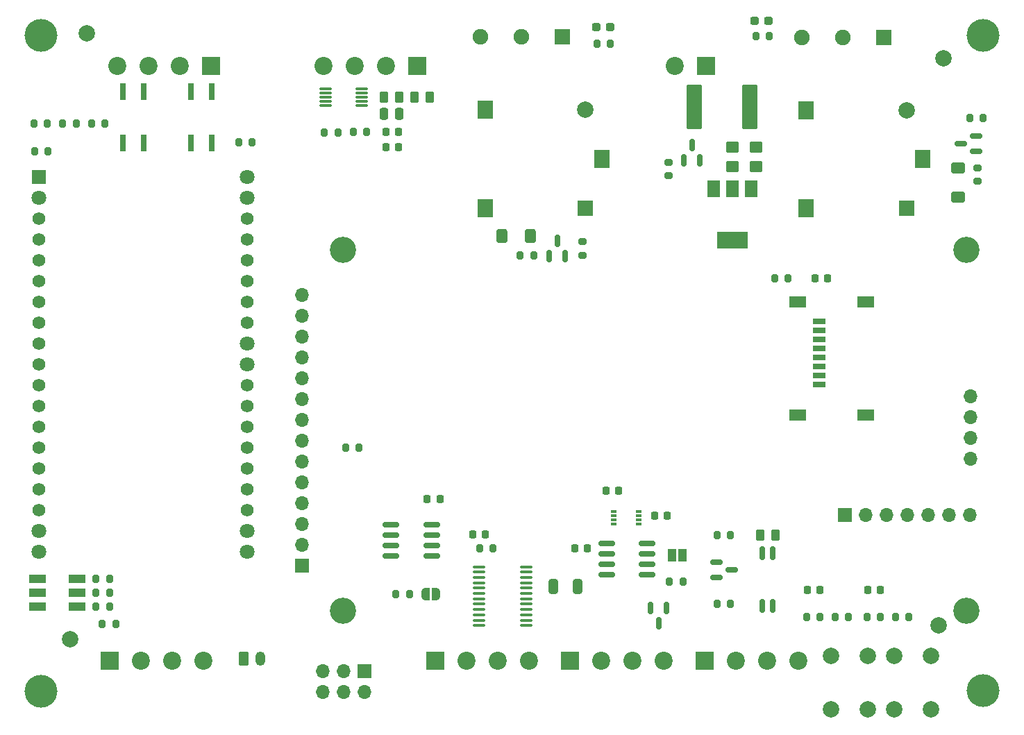
<source format=gts>
G04 #@! TF.GenerationSoftware,KiCad,Pcbnew,7.0.11+1*
G04 #@! TF.CreationDate,2025-04-18T12:10:44+00:00*
G04 #@! TF.ProjectId,ControllerCircuit,436f6e74-726f-46c6-9c65-724369726375,rev?*
G04 #@! TF.SameCoordinates,Original*
G04 #@! TF.FileFunction,Soldermask,Top*
G04 #@! TF.FilePolarity,Negative*
%FSLAX46Y46*%
G04 Gerber Fmt 4.6, Leading zero omitted, Abs format (unit mm)*
G04 Created by KiCad (PCBNEW 7.0.11+1) date 2025-04-18 12:10:44*
%MOMM*%
%LPD*%
G01*
G04 APERTURE LIST*
G04 Aperture macros list*
%AMRoundRect*
0 Rectangle with rounded corners*
0 $1 Rounding radius*
0 $2 $3 $4 $5 $6 $7 $8 $9 X,Y pos of 4 corners*
0 Add a 4 corners polygon primitive as box body*
4,1,4,$2,$3,$4,$5,$6,$7,$8,$9,$2,$3,0*
0 Add four circle primitives for the rounded corners*
1,1,$1+$1,$2,$3*
1,1,$1+$1,$4,$5*
1,1,$1+$1,$6,$7*
1,1,$1+$1,$8,$9*
0 Add four rect primitives between the rounded corners*
20,1,$1+$1,$2,$3,$4,$5,0*
20,1,$1+$1,$4,$5,$6,$7,0*
20,1,$1+$1,$6,$7,$8,$9,0*
20,1,$1+$1,$8,$9,$2,$3,0*%
%AMFreePoly0*
4,1,19,0.500000,-0.750000,0.000000,-0.750000,0.000000,-0.744911,-0.071157,-0.744911,-0.207708,-0.704816,-0.327430,-0.627875,-0.420627,-0.520320,-0.479746,-0.390866,-0.500000,-0.250000,-0.500000,0.250000,-0.479746,0.390866,-0.420627,0.520320,-0.327430,0.627875,-0.207708,0.704816,-0.071157,0.744911,0.000000,0.744911,0.000000,0.750000,0.500000,0.750000,0.500000,-0.750000,0.500000,-0.750000,
$1*%
%AMFreePoly1*
4,1,19,0.000000,0.744911,0.071157,0.744911,0.207708,0.704816,0.327430,0.627875,0.420627,0.520320,0.479746,0.390866,0.500000,0.250000,0.500000,-0.250000,0.479746,-0.390866,0.420627,-0.520320,0.327430,-0.627875,0.207708,-0.704816,0.071157,-0.744911,0.000000,-0.744911,0.000000,-0.750000,-0.500000,-0.750000,-0.500000,0.750000,0.000000,0.750000,0.000000,0.744911,0.000000,0.744911,
$1*%
G04 Aperture macros list end*
%ADD10C,4.000000*%
%ADD11RoundRect,0.200000X-0.200000X-0.275000X0.200000X-0.275000X0.200000X0.275000X-0.200000X0.275000X0*%
%ADD12RoundRect,0.225000X-0.225000X-0.250000X0.225000X-0.250000X0.225000X0.250000X-0.225000X0.250000X0*%
%ADD13RoundRect,0.150000X-0.825000X-0.150000X0.825000X-0.150000X0.825000X0.150000X-0.825000X0.150000X0*%
%ADD14R,2.200000X2.200000*%
%ADD15C,2.200000*%
%ADD16R,1.800000X1.800000*%
%ADD17C,1.800000*%
%ADD18C,1.560000*%
%ADD19R,1.700000X1.700000*%
%ADD20O,1.700000X1.700000*%
%ADD21R,1.980000X1.980000*%
%ADD22C,2.000000*%
%ADD23R,1.900000X2.200000*%
%ADD24RoundRect,0.237500X-0.287500X-0.237500X0.287500X-0.237500X0.287500X0.237500X-0.287500X0.237500X0*%
%ADD25RoundRect,0.250000X-0.350000X-0.625000X0.350000X-0.625000X0.350000X0.625000X-0.350000X0.625000X0*%
%ADD26O,1.200000X1.750000*%
%ADD27RoundRect,0.250000X0.600000X-0.400000X0.600000X0.400000X-0.600000X0.400000X-0.600000X-0.400000X0*%
%ADD28RoundRect,0.150000X0.587500X0.150000X-0.587500X0.150000X-0.587500X-0.150000X0.587500X-0.150000X0*%
%ADD29RoundRect,0.200000X-0.275000X0.200000X-0.275000X-0.200000X0.275000X-0.200000X0.275000X0.200000X0*%
%ADD30RoundRect,0.250000X0.262500X0.450000X-0.262500X0.450000X-0.262500X-0.450000X0.262500X-0.450000X0*%
%ADD31RoundRect,0.150000X0.150000X-0.587500X0.150000X0.587500X-0.150000X0.587500X-0.150000X-0.587500X0*%
%ADD32RoundRect,0.250000X-0.712500X-2.475000X0.712500X-2.475000X0.712500X2.475000X-0.712500X2.475000X0*%
%ADD33RoundRect,0.250000X-0.537500X-0.425000X0.537500X-0.425000X0.537500X0.425000X-0.537500X0.425000X0*%
%ADD34R,1.500000X2.000000*%
%ADD35R,3.800000X2.000000*%
%ADD36R,0.640000X2.000000*%
%ADD37R,1.900000X1.900000*%
%ADD38C,1.900000*%
%ADD39RoundRect,0.200000X0.200000X0.275000X-0.200000X0.275000X-0.200000X-0.275000X0.200000X-0.275000X0*%
%ADD40R,1.000000X1.500000*%
%ADD41FreePoly0,180.000000*%
%ADD42FreePoly1,180.000000*%
%ADD43RoundRect,0.150000X-0.150000X0.587500X-0.150000X-0.587500X0.150000X-0.587500X0.150000X0.587500X0*%
%ADD44RoundRect,0.150000X-0.150000X0.662500X-0.150000X-0.662500X0.150000X-0.662500X0.150000X0.662500X0*%
%ADD45RoundRect,0.100000X-0.637500X-0.100000X0.637500X-0.100000X0.637500X0.100000X-0.637500X0.100000X0*%
%ADD46RoundRect,0.150000X-0.587500X-0.150000X0.587500X-0.150000X0.587500X0.150000X-0.587500X0.150000X0*%
%ADD47RoundRect,0.250000X0.325000X0.650000X-0.325000X0.650000X-0.325000X-0.650000X0.325000X-0.650000X0*%
%ADD48R,1.500000X0.800000*%
%ADD49R,2.000000X1.450000*%
%ADD50R,0.800000X0.300000*%
%ADD51C,3.200000*%
%ADD52R,2.000000X1.100000*%
%ADD53RoundRect,0.225000X0.225000X0.250000X-0.225000X0.250000X-0.225000X-0.250000X0.225000X-0.250000X0*%
%ADD54RoundRect,0.250000X-0.250000X-0.475000X0.250000X-0.475000X0.250000X0.475000X-0.250000X0.475000X0*%
%ADD55RoundRect,0.250000X-0.262500X-0.450000X0.262500X-0.450000X0.262500X0.450000X-0.262500X0.450000X0*%
%ADD56RoundRect,0.075000X-0.650000X-0.075000X0.650000X-0.075000X0.650000X0.075000X-0.650000X0.075000X0*%
%ADD57RoundRect,0.250000X-0.400000X-0.600000X0.400000X-0.600000X0.400000X0.600000X-0.400000X0.600000X0*%
G04 APERTURE END LIST*
D10*
X207400000Y-54200000D03*
X207400000Y-134150000D03*
D11*
X99175000Y-122200000D03*
X100825000Y-122200000D03*
D12*
X145125000Y-115100000D03*
X146675000Y-115100000D03*
X139575000Y-110750000D03*
X141125000Y-110750000D03*
D11*
X135765000Y-122330000D03*
X137415000Y-122330000D03*
D13*
X135175000Y-113845000D03*
X135175000Y-115115000D03*
X135175000Y-116385000D03*
X135175000Y-117655000D03*
X140125000Y-117655000D03*
X140125000Y-116385000D03*
X140125000Y-115115000D03*
X140125000Y-113845000D03*
D14*
X156999188Y-130500000D03*
D15*
X160809188Y-130500000D03*
X164619188Y-130500000D03*
X168429188Y-130500000D03*
D16*
X92256394Y-71430000D03*
D17*
X92256394Y-73970000D03*
D18*
X92256394Y-76510000D03*
X92256394Y-79050000D03*
X92256394Y-81590000D03*
X92256394Y-84130000D03*
X92256394Y-86670000D03*
X92256394Y-89210000D03*
X92256394Y-91750000D03*
X92256394Y-94290000D03*
X92256394Y-96830000D03*
X92256394Y-99370000D03*
X92256394Y-101910000D03*
X92256394Y-104450000D03*
X92256394Y-106990000D03*
X92256394Y-109530000D03*
X92256394Y-112070000D03*
D17*
X92256394Y-114610000D03*
X92256394Y-117150000D03*
X117656394Y-71430000D03*
X117656394Y-73970000D03*
D18*
X117656394Y-76510000D03*
X117656394Y-79050000D03*
X117656394Y-81590000D03*
X117656394Y-84130000D03*
X117656394Y-86670000D03*
X117656394Y-89210000D03*
D17*
X117656394Y-91750000D03*
X117656394Y-94290000D03*
D18*
X117656394Y-96830000D03*
X117656394Y-99370000D03*
X117656394Y-101910000D03*
X117656394Y-104450000D03*
X117656394Y-106990000D03*
X117656394Y-109530000D03*
X117656394Y-112070000D03*
D17*
X117656394Y-114610000D03*
X117656394Y-117150000D03*
D14*
X100849188Y-130500000D03*
D15*
X104659188Y-130500000D03*
X108469188Y-130500000D03*
X112279188Y-130500000D03*
D14*
X140599188Y-130500000D03*
D15*
X144409188Y-130500000D03*
X148219188Y-130500000D03*
X152029188Y-130500000D03*
D19*
X131950000Y-131750000D03*
D20*
X131950000Y-134290000D03*
X129410000Y-131750000D03*
X129410000Y-134290000D03*
X126870000Y-131750000D03*
X126870000Y-134290000D03*
D21*
X198015000Y-75300000D03*
D22*
X198015000Y-63300000D03*
D23*
X200015000Y-69300000D03*
X185815000Y-75300000D03*
X185815000Y-63300000D03*
D11*
X179675000Y-54300000D03*
X181325000Y-54300000D03*
D24*
X179475000Y-52450000D03*
X181225000Y-52450000D03*
D25*
X117200000Y-130250000D03*
D26*
X119200000Y-130250000D03*
D11*
X99175000Y-120500000D03*
X100825000Y-120500000D03*
X99175000Y-123900000D03*
X100825000Y-123900000D03*
D10*
X92450000Y-54200000D03*
X92450000Y-134200000D03*
D27*
X204300000Y-73900000D03*
X204300000Y-70400000D03*
D28*
X206487500Y-68350000D03*
X206487500Y-66450000D03*
X204612500Y-67400000D03*
D29*
X206700000Y-70325000D03*
X206700000Y-71975000D03*
D11*
X205725000Y-64300000D03*
X207375000Y-64300000D03*
D30*
X182042500Y-115120000D03*
X180217500Y-115120000D03*
D11*
X174925000Y-123500000D03*
X176575000Y-123500000D03*
D29*
X169050000Y-69675000D03*
X169050000Y-71325000D03*
D31*
X170900000Y-69437500D03*
X172800000Y-69437500D03*
X171850000Y-67562500D03*
D32*
X172112500Y-62950000D03*
X178887500Y-62950000D03*
D33*
X176766700Y-70164000D03*
X179641700Y-70164000D03*
X176762500Y-67800000D03*
X179637500Y-67800000D03*
D34*
X179124200Y-72879000D03*
X176824200Y-72879000D03*
D35*
X176824200Y-79179000D03*
D34*
X174524200Y-72879000D03*
D36*
X110730000Y-67350000D03*
X113270000Y-67350000D03*
X113270000Y-61050000D03*
X110730000Y-61050000D03*
D11*
X116575000Y-67250000D03*
X118225000Y-67250000D03*
D37*
X195225000Y-54450000D03*
D38*
X190225000Y-54450000D03*
X185225000Y-54450000D03*
D39*
X147625000Y-116800000D03*
X145975000Y-116800000D03*
D11*
X129625000Y-104500000D03*
X131275000Y-104500000D03*
D12*
X157575000Y-116750000D03*
X159125000Y-116750000D03*
D40*
X169400000Y-117600000D03*
X170700000Y-117600000D03*
D39*
X101575000Y-126000000D03*
X99925000Y-126000000D03*
D36*
X102480000Y-67350000D03*
X105020000Y-67350000D03*
X105020000Y-61050000D03*
X102480000Y-61050000D03*
D14*
X113200812Y-57950000D03*
D15*
X109390812Y-57950000D03*
X105580812Y-57950000D03*
X101770812Y-57950000D03*
D41*
X140640000Y-122340000D03*
D42*
X139340000Y-122340000D03*
D43*
X168740000Y-124062500D03*
X166840000Y-124062500D03*
X167790000Y-125937500D03*
D14*
X173590812Y-57950000D03*
D15*
X169780812Y-57950000D03*
D44*
X181693320Y-117393000D03*
X180423320Y-117393000D03*
X180423320Y-123768000D03*
X181693320Y-123768000D03*
D19*
X190550000Y-112700000D03*
D20*
X193090000Y-112700000D03*
X195630000Y-112700000D03*
X198170000Y-112700000D03*
X200710000Y-112700000D03*
X203250000Y-112700000D03*
X205790000Y-112700000D03*
D12*
X186875000Y-83850000D03*
X188425000Y-83850000D03*
X185916000Y-121871000D03*
X187466000Y-121871000D03*
D11*
X189295000Y-125173000D03*
X190945000Y-125173000D03*
X185846000Y-125173000D03*
X187496000Y-125173000D03*
D22*
X188850000Y-136400000D03*
X188850000Y-129900000D03*
X193350000Y-136400000D03*
X193350000Y-129900000D03*
X196500000Y-136400000D03*
X196500000Y-129900000D03*
X201000000Y-136400000D03*
X201000000Y-129900000D03*
D11*
X196661000Y-125173000D03*
X198311000Y-125173000D03*
D12*
X193282000Y-121871000D03*
X194832000Y-121871000D03*
D11*
X193212000Y-125173000D03*
X194862000Y-125173000D03*
D45*
X145887500Y-119025000D03*
X145887500Y-119675000D03*
X145887500Y-120325000D03*
X145887500Y-120975000D03*
X145887500Y-121625000D03*
X145887500Y-122275000D03*
X145887500Y-122925000D03*
X145887500Y-123575000D03*
X145887500Y-124225000D03*
X145887500Y-124875000D03*
X145887500Y-125525000D03*
X145887500Y-126175000D03*
X151612500Y-126175000D03*
X151612500Y-125525000D03*
X151612500Y-124875000D03*
X151612500Y-124225000D03*
X151612500Y-123575000D03*
X151612500Y-122925000D03*
X151612500Y-122275000D03*
X151612500Y-121625000D03*
X151612500Y-120975000D03*
X151612500Y-120325000D03*
X151612500Y-119675000D03*
X151612500Y-119025000D03*
D46*
X174832500Y-118425000D03*
X174832500Y-120325000D03*
X176707500Y-119375000D03*
D11*
X174925000Y-115120000D03*
X176575000Y-115120000D03*
D47*
X157925000Y-121400000D03*
X154975000Y-121400000D03*
D11*
X91675000Y-68350000D03*
X93325000Y-68350000D03*
D48*
X187350000Y-96805000D03*
X187350000Y-95705000D03*
X187350000Y-94605000D03*
X187350000Y-93505000D03*
X187350000Y-92405000D03*
X187350000Y-91305000D03*
X187350000Y-90205000D03*
X187350000Y-89105000D03*
D49*
X184750000Y-100475000D03*
X193050000Y-100475000D03*
X193050000Y-86725000D03*
X184750000Y-86725000D03*
D22*
X98050000Y-53900000D03*
X96050000Y-127850000D03*
X201950000Y-126150000D03*
X202500000Y-57000000D03*
D12*
X167275000Y-112800000D03*
X168825000Y-112800000D03*
D50*
X162300000Y-112270000D03*
X162300000Y-112770000D03*
X162300000Y-113270000D03*
X162300000Y-113770000D03*
X165400000Y-113770000D03*
X165400000Y-113270000D03*
X165400000Y-112770000D03*
X165400000Y-112270000D03*
D13*
X161475000Y-116195000D03*
X161475000Y-117465000D03*
X161475000Y-118735000D03*
X161475000Y-120005000D03*
X166425000Y-120005000D03*
X166425000Y-118735000D03*
X166425000Y-117465000D03*
X166425000Y-116195000D03*
D39*
X170775000Y-120800000D03*
X169125000Y-120800000D03*
D51*
X205300000Y-124375000D03*
X205300000Y-80375000D03*
X129300000Y-124375000D03*
X129300000Y-80375000D03*
D19*
X124300000Y-118875000D03*
D20*
X124300000Y-116335000D03*
X124300000Y-113795000D03*
X124300000Y-111255000D03*
X124300000Y-108715000D03*
X124300000Y-106175000D03*
X124300000Y-103635000D03*
X124300000Y-101095000D03*
X124300000Y-98555000D03*
X124300000Y-96015000D03*
X124300000Y-93475000D03*
X124300000Y-90935000D03*
X124300000Y-88395000D03*
X124300000Y-85855000D03*
X205800000Y-105875000D03*
X205800000Y-103335000D03*
X205800000Y-100795000D03*
X205800000Y-98255000D03*
D12*
X161375000Y-109700000D03*
X162925000Y-109700000D03*
D52*
X96850000Y-123900000D03*
X96850000Y-122200000D03*
X96850000Y-120500000D03*
X92050000Y-120500000D03*
X92050000Y-122200000D03*
X92050000Y-123900000D03*
D11*
X181925000Y-83820000D03*
X183575000Y-83820000D03*
X91600000Y-64950000D03*
X93250000Y-64950000D03*
D39*
X96775000Y-64950000D03*
X95125000Y-64950000D03*
X100275000Y-64950000D03*
X98625000Y-64950000D03*
D53*
X136075000Y-67850000D03*
X134525000Y-67850000D03*
D14*
X138350812Y-57950000D03*
D15*
X134540812Y-57950000D03*
X130730812Y-57950000D03*
X126920812Y-57950000D03*
D53*
X136065000Y-65950000D03*
X134515000Y-65950000D03*
D54*
X134290000Y-63750000D03*
X136190000Y-63750000D03*
D55*
X138037500Y-61750000D03*
X139862500Y-61750000D03*
X134327500Y-61750000D03*
X136152500Y-61750000D03*
D56*
X127200000Y-60750000D03*
X127200000Y-61250000D03*
X127200000Y-61750000D03*
X127200000Y-62250000D03*
X127200000Y-62750000D03*
X131600000Y-62750000D03*
X131600000Y-62250000D03*
X131600000Y-61750000D03*
X131600000Y-61250000D03*
X131600000Y-60750000D03*
D21*
X158850000Y-75250000D03*
D22*
X158850000Y-63250000D03*
D23*
X160850000Y-69250000D03*
X146650000Y-75250000D03*
X146650000Y-63250000D03*
D31*
X154475000Y-81087500D03*
X156375000Y-81087500D03*
X155425000Y-79212500D03*
D39*
X152550000Y-81000000D03*
X150900000Y-81000000D03*
D29*
X158475000Y-79345000D03*
X158475000Y-80995000D03*
D24*
X160175000Y-53200000D03*
X161925000Y-53200000D03*
D57*
X148675000Y-78700000D03*
X152175000Y-78700000D03*
D37*
X156060000Y-54400000D03*
D38*
X151060000Y-54400000D03*
X146060000Y-54400000D03*
D11*
X160275000Y-55200000D03*
X161925000Y-55200000D03*
D39*
X132210000Y-66000000D03*
X130560000Y-66000000D03*
X128705000Y-66050000D03*
X127055000Y-66050000D03*
D14*
X173399188Y-130500000D03*
D15*
X177209188Y-130500000D03*
X181019188Y-130500000D03*
X184829188Y-130500000D03*
M02*

</source>
